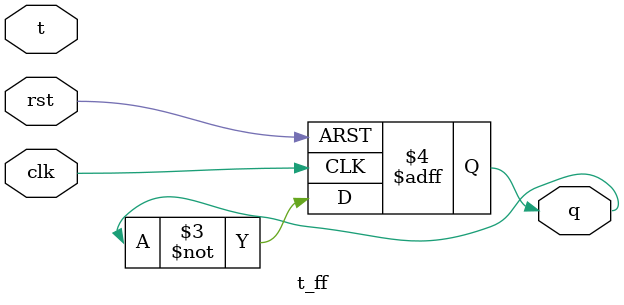
<source format=v>
`timescale 1ns / 1ps


module mod_5(
    input clk,rst,
    output [2:0] q
    );
    
    wire nd_out;
    wire clr;
    
    nand (nd_out, q[0], (~q[1]), q[2]);
    assign clr = ~(rst | ~nd_out);
    
    t_ff t0(.clk(clk), .rst(clr), .t(1'b1), .q(q[0]));
    t_ff t1(.clk(q[0]), .rst(clr), .t(1'b1), .q(q[1]));
    t_ff t2(.clk(q[1]), .rst(clr), .t(1'b1), .q(q[2]));
endmodule

module t_ff(
    input clk,rst,t,
    output reg q
    );
    
    always @(negedge clk or negedge rst)
        begin
            if(!rst)
                q <= 0;
            else
                q <= ~q;
        end
endmodule
    
</source>
